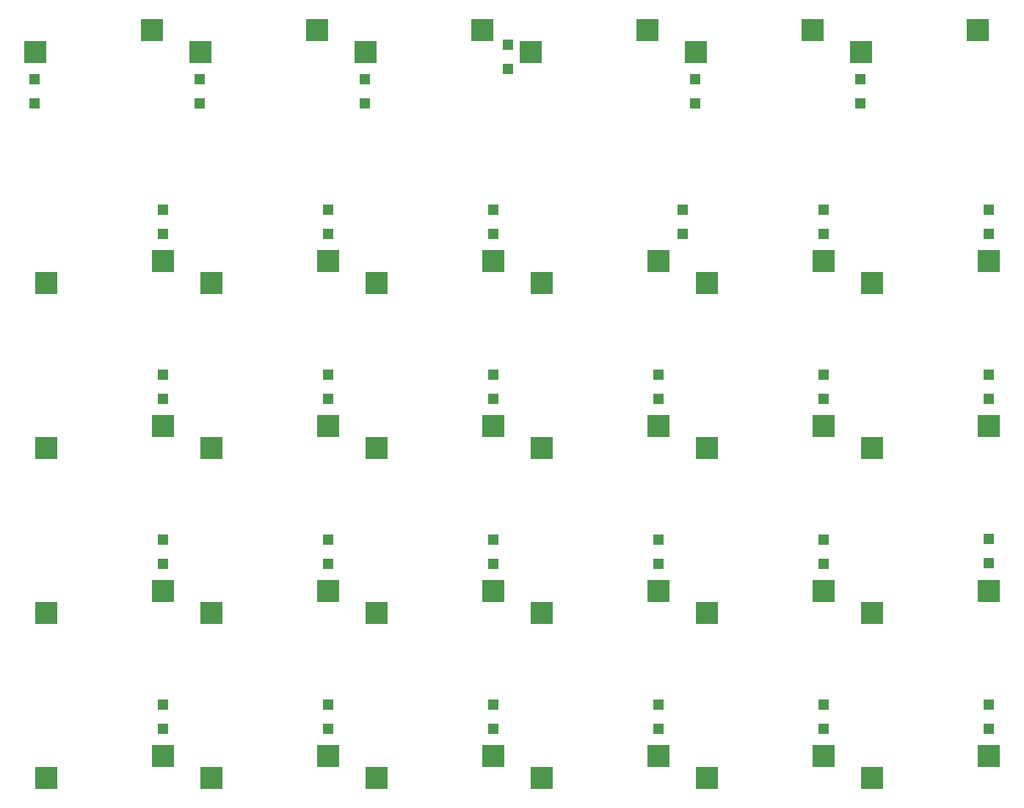
<source format=gbp>
%TF.GenerationSoftware,KiCad,Pcbnew,(5.1.10)-1*%
%TF.CreationDate,2022-04-05T14:22:13-05:00*%
%TF.ProjectId,graham cracker,67726168-616d-4206-9372-61636b65722e,rev?*%
%TF.SameCoordinates,Original*%
%TF.FileFunction,Paste,Bot*%
%TF.FilePolarity,Positive*%
%FSLAX46Y46*%
G04 Gerber Fmt 4.6, Leading zero omitted, Abs format (unit mm)*
G04 Created by KiCad (PCBNEW (5.1.10)-1) date 2022-04-05 14:22:13*
%MOMM*%
%LPD*%
G01*
G04 APERTURE LIST*
%ADD10R,1.200000X1.200000*%
%ADD11R,2.550000X2.500000*%
G04 APERTURE END LIST*
D10*
X145350000Y-55450000D03*
X145350000Y-52650000D03*
X164400000Y-55450000D03*
X164400000Y-52650000D03*
X179250000Y-124850000D03*
X179250000Y-127650000D03*
X160200000Y-124850000D03*
X160200000Y-127650000D03*
X141150000Y-124850000D03*
X141150000Y-127650000D03*
X122100000Y-124850000D03*
X122100000Y-127650000D03*
X103050000Y-124850000D03*
X103050000Y-127650000D03*
X84000000Y-124850000D03*
X84000000Y-127650000D03*
X179275000Y-105725000D03*
X179275000Y-108525000D03*
X160200000Y-105800000D03*
X160200000Y-108600000D03*
X141150000Y-105800000D03*
X141150000Y-108600000D03*
X122100000Y-105800000D03*
X122100000Y-108600000D03*
X103050000Y-105800000D03*
X103050000Y-108600000D03*
X84000000Y-105800000D03*
X84000000Y-108600000D03*
X179250000Y-86750000D03*
X179250000Y-89550000D03*
X160200000Y-86750000D03*
X160200000Y-89550000D03*
X141150000Y-86750000D03*
X141150000Y-89550000D03*
X122100000Y-86750000D03*
X122100000Y-89550000D03*
X103050000Y-86750000D03*
X103050000Y-89550000D03*
X84000000Y-86750000D03*
X84000000Y-89550000D03*
X179250000Y-67700000D03*
X179250000Y-70500000D03*
X160200000Y-67700000D03*
X160200000Y-70500000D03*
X143975000Y-67700000D03*
X143975000Y-70500000D03*
X122100000Y-67700000D03*
X122100000Y-70500000D03*
X103050000Y-67700000D03*
X103050000Y-70500000D03*
X84000000Y-67700000D03*
X84000000Y-70500000D03*
X123775000Y-51475000D03*
X123775000Y-48675000D03*
X107250000Y-55450000D03*
X107250000Y-52650000D03*
X88200000Y-55450000D03*
X88200000Y-52650000D03*
X69150000Y-55450000D03*
X69150000Y-52650000D03*
D11*
X84010000Y-73640000D03*
X70560000Y-76180000D03*
X145490000Y-49510000D03*
X158940000Y-46970000D03*
X177990000Y-46970000D03*
X164540000Y-49510000D03*
X179260000Y-111740000D03*
X165810000Y-114280000D03*
X84010000Y-111740000D03*
X70560000Y-114280000D03*
X179260000Y-130790000D03*
X165810000Y-133330000D03*
X160210000Y-130790000D03*
X146760000Y-133330000D03*
X141160000Y-130790000D03*
X127710000Y-133330000D03*
X122110000Y-130790000D03*
X108660000Y-133330000D03*
X103060000Y-130790000D03*
X89610000Y-133330000D03*
X84010000Y-130790000D03*
X70560000Y-133330000D03*
X160210000Y-111740000D03*
X146760000Y-114280000D03*
X141160000Y-111740000D03*
X127710000Y-114280000D03*
X122110000Y-111740000D03*
X108660000Y-114280000D03*
X103060000Y-111740000D03*
X89610000Y-114280000D03*
X179260000Y-92690000D03*
X165810000Y-95230000D03*
X160210000Y-92690000D03*
X146760000Y-95230000D03*
X141160000Y-92690000D03*
X127710000Y-95230000D03*
X122110000Y-92690000D03*
X108660000Y-95230000D03*
X103060000Y-92690000D03*
X89610000Y-95230000D03*
X84010000Y-92690000D03*
X70560000Y-95230000D03*
X165810000Y-76180000D03*
X179260000Y-73640000D03*
X160210000Y-73640000D03*
X146760000Y-76180000D03*
X141160000Y-73640000D03*
X127710000Y-76180000D03*
X122110000Y-73640000D03*
X108660000Y-76180000D03*
X103060000Y-73640000D03*
X89610000Y-76180000D03*
X126440000Y-49510000D03*
X139890000Y-46970000D03*
X107390000Y-49510000D03*
X120840000Y-46970000D03*
X88340000Y-49510000D03*
X101790000Y-46970000D03*
X69290000Y-49510000D03*
X82740000Y-46970000D03*
M02*

</source>
